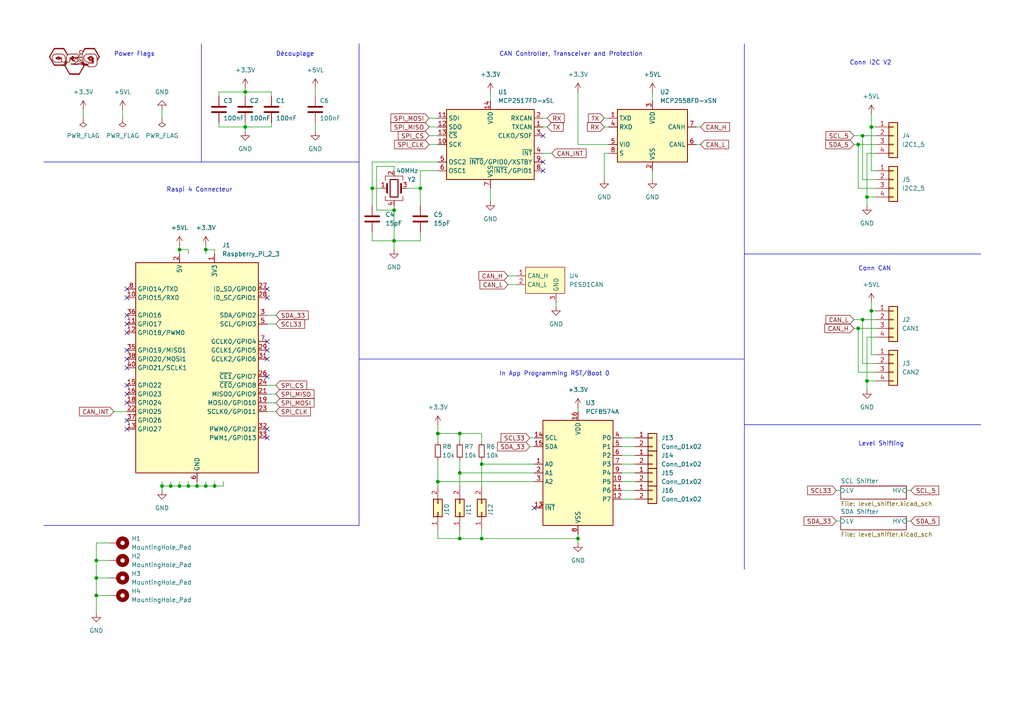
<source format=kicad_sch>
(kicad_sch (version 20231120) (generator "eeschema") (generator_version "8.0")
  (paper "A4")
  (lib_symbols
    (symbol "ARIG:Logo_ARIG_12_6x6_6" (pin_names (offset 1.016)))
    (symbol "ARIG:PESD1CAN"
      (property "Reference" "U" (at 1.27 3.81 0))
      (property "Value" "PESD1CAN" (at 5.08 1.27 0))
      (symbol "PESD1CAN_1_1"
        (pin input line (at -2.54 -2.54 0) (length 2.54) (name "CAN_H") (number "1"))
        (pin input line (at -2.54 -5.08 0) (length 2.54) (name "CAN_L") (number "2"))
        (pin power_in line (at 8.89 -10.16 90) (length 2.54) (name "GND") (number "3"))
      )
    )
    (symbol "Connector:Raspberry_Pi_2_3"
      (property "Reference" "J" (at -17.78 31.75 0))
      (property "Value" "Raspberry_Pi_2_3" (at 10.16 -31.75 0))
      (symbol "Raspberry_Pi_2_3_1_1"
        (pin power_in line (at 5.08 33.02 270) (length 2.54) (name "3V3") (number "1"))
        (pin bidirectional line (at -20.32 20.32 0) (length 2.54) (name "GPIO15/RXD") (number "10"))
        (pin bidirectional line (at -20.32 12.7 0) (length 2.54) (name "GPIO17") (number "11"))
        (pin bidirectional line (at -20.32 10.16 0) (length 2.54) (name "GPIO18/PWM0") (number "12"))
        (pin bidirectional line (at -20.32 -17.78 0) (length 2.54) (name "GPIO27") (number "13"))
        (pin passive line (at 0 -33.02 90) (length 2.54) hide (name "GND") (number "14"))
        (pin bidirectional line (at -20.32 -5.08 0) (length 2.54) (name "GPIO22") (number "15"))
        (pin bidirectional line (at -20.32 -7.62 0) (length 2.54) (name "GPIO23") (number "16"))
        (pin passive line (at 5.08 33.02 270) (length 2.54) hide (name "3V3") (number "17"))
        (pin bidirectional line (at -20.32 -10.16 0) (length 2.54) (name "GPIO24") (number "18"))
        (pin bidirectional line (at 20.32 -10.16 180) (length 2.54) (name "MOSI0/GPIO10") (number "19"))
        (pin power_in line (at -5.08 33.02 270) (length 2.54) (name "5V") (number "2"))
        (pin passive line (at 0 -33.02 90) (length 2.54) hide (name "GND") (number "20"))
        (pin bidirectional line (at 20.32 -7.62 180) (length 2.54) (name "MISO0/GPIO9") (number "21"))
        (pin bidirectional line (at -20.32 -12.7 0) (length 2.54) (name "GPIO25") (number "22"))
        (pin bidirectional line (at 20.32 -12.7 180) (length 2.54) (name "SCLK0/GPIO11") (number "23"))
        (pin bidirectional line (at 20.32 -5.08 180) (length 2.54) (name "~{CE0}/GPIO8") (number "24"))
        (pin passive line (at 0 -33.02 90) (length 2.54) hide (name "GND") (number "25"))
        (pin bidirectional line (at 20.32 -2.54 180) (length 2.54) (name "~{CE1}/GPIO7") (number "26"))
        (pin bidirectional line (at 20.32 22.86 180) (length 2.54) (name "ID_SD/GPIO0") (number "27"))
        (pin bidirectional line (at 20.32 20.32 180) (length 2.54) (name "ID_SC/GPIO1") (number "28"))
        (pin bidirectional line (at 20.32 5.08 180) (length 2.54) (name "GCLK1/GPIO5") (number "29"))
        (pin bidirectional line (at 20.32 15.24 180) (length 2.54) (name "SDA/GPIO2") (number "3"))
        (pin passive line (at 0 -33.02 90) (length 2.54) hide (name "GND") (number "30"))
        (pin bidirectional line (at 20.32 2.54 180) (length 2.54) (name "GCLK2/GPIO6") (number "31"))
        (pin bidirectional line (at 20.32 -17.78 180) (length 2.54) (name "PWM0/GPIO12") (number "32"))
        (pin bidirectional line (at 20.32 -20.32 180) (length 2.54) (name "PWM1/GPIO13") (number "33"))
        (pin passive line (at 0 -33.02 90) (length 2.54) hide (name "GND") (number "34"))
        (pin bidirectional line (at -20.32 5.08 0) (length 2.54) (name "GPIO19/MISO1") (number "35"))
        (pin bidirectional line (at -20.32 15.24 0) (length 2.54) (name "GPIO16") (number "36"))
        (pin bidirectional line (at -20.32 -15.24 0) (length 2.54) (name "GPIO26") (number "37"))
        (pin bidirectional line (at -20.32 2.54 0) (length 2.54) (name "GPIO20/MOSI1") (number "38"))
        (pin passive line (at 0 -33.02 90) (length 2.54) hide (name "GND") (number "39"))
        (pin passive line (at -5.08 33.02 270) (length 2.54) hide (name "5V") (number "4"))
        (pin bidirectional line (at -20.32 0 0) (length 2.54) (name "GPIO21/SCLK1") (number "40"))
        (pin bidirectional line (at 20.32 12.7 180) (length 2.54) (name "SCL/GPIO3") (number "5"))
        (pin power_in line (at 0 -33.02 90) (length 2.54) (name "GND") (number "6"))
        (pin bidirectional line (at 20.32 7.62 180) (length 2.54) (name "GCLK0/GPIO4") (number "7"))
        (pin bidirectional line (at -20.32 22.86 0) (length 2.54) (name "GPIO14/TXD") (number "8"))
        (pin passive line (at 0 -33.02 90) (length 2.54) hide (name "GND") (number "9"))
      )
    )
    (symbol "Connector_Generic:Conn_01x02" (pin_names (offset 1.016) hide)
      (property "Reference" "J" (at 0 2.54 0))
      (property "Value" "Conn_01x02" (at 0 -5.08 0))
      (symbol "Conn_01x02_1_1"
        (pin passive line (at -5.08 0 0) (length 3.81) (name "Pin_1") (number "1"))
        (pin passive line (at -5.08 -2.54 0) (length 3.81) (name "Pin_2") (number "2"))
      )
    )
    (symbol "Connector_Generic:Conn_01x04" (pin_names (offset 1.016) hide)
      (property "Reference" "J" (at 0 5.08 0))
      (property "Value" "Conn_01x04" (at 0 -7.62 0))
      (symbol "Conn_01x04_1_1"
        (pin passive line (at -5.08 2.54 0) (length 3.81) (name "Pin_1") (number "1"))
        (pin passive line (at -5.08 0 0) (length 3.81) (name "Pin_2") (number "2"))
        (pin passive line (at -5.08 -2.54 0) (length 3.81) (name "Pin_3") (number "3"))
        (pin passive line (at -5.08 -5.08 0) (length 3.81) (name "Pin_4") (number "4"))
      )
    )
    (symbol "Connector_Generic:Conn_02x01" (pin_names (offset 1.016) hide)
      (property "Reference" "J" (at 1.27 2.54 0))
      (property "Value" "Conn_02x01" (at 1.27 -2.54 0))
      (symbol "Conn_02x01_1_1"
        (pin passive line (at -5.08 0 0) (length 3.81) (name "Pin_1") (number "1"))
        (pin passive line (at 7.62 0 180) (length 3.81) (name "Pin_2") (number "2"))
      )
    )
    (symbol "Device:C" (pin_numbers hide) (pin_names (offset 0.254))
      (property "Reference" "C" (at 0.635 2.54 0))
      (property "Value" "C" (at 0.635 -2.54 0))
      (symbol "C_1_1"
        (pin passive line (at 0 3.81 270) (length 2.794) (name "~") (number "1"))
        (pin passive line (at 0 -3.81 90) (length 2.794) (name "~") (number "2"))
      )
    )
    (symbol "Device:Crystal_GND24" (pin_names (offset 1.016) hide)
      (property "Reference" "Y" (at 3.175 5.08 0))
      (property "Value" "Crystal_GND24" (at 3.175 3.175 0))
      (symbol "Crystal_GND24_1_1"
        (pin passive line (at -3.81 0 0) (length 1.27) (name "1") (number "1"))
        (pin passive line (at 0 5.08 270) (length 1.27) (name "2") (number "2"))
        (pin passive line (at 3.81 0 180) (length 1.27) (name "3") (number "3"))
        (pin passive line (at 0 -5.08 90) (length 1.27) (name "4") (number "4"))
      )
    )
    (symbol "Device:R_Small" (pin_numbers hide) (pin_names (offset 0.254) hide)
      (property "Reference" "R" (at 0.762 0.508 0))
      (property "Value" "R_Small" (at 0.762 -1.016 0))
      (symbol "R_Small_1_1"
        (pin passive line (at 0 2.54 270) (length 0.762) (name "~") (number "1"))
        (pin passive line (at 0 -2.54 90) (length 0.762) (name "~") (number "2"))
      )
    )
    (symbol "Interface_CAN_LIN:MCP2517FD-xSL"
      (property "Reference" "U" (at -12.7 12.7 0))
      (property "Value" "MCP2517FD-xSL" (at 2.54 12.7 0))
      (symbol "MCP2517FD-xSL_1_1"
        (pin output line (at 15.24 5.08 180) (length 2.54) (name "TXCAN") (number "1"))
        (pin input line (at -15.24 0 0) (length 2.54) (name "SCK") (number "10"))
        (pin input line (at -15.24 7.62 0) (length 2.54) (name "SDI") (number "11"))
        (pin output line (at -15.24 5.08 0) (length 2.54) (name "SDO") (number "12"))
        (pin input line (at -15.24 2.54 0) (length 2.54) (name "~{CS}") (number "13"))
        (pin power_in line (at 0 12.7 270) (length 2.54) (name "VDD") (number "14"))
        (pin input line (at 15.24 7.62 180) (length 2.54) (name "RXCAN") (number "2"))
        (pin output line (at 15.24 2.54 180) (length 2.54) (name "CLKO/SOF") (number "3"))
        (pin output line (at 15.24 -2.54 180) (length 2.54) (name "~{INT}") (number "4"))
        (pin output line (at -15.24 -5.08 0) (length 2.54) (name "OSC2") (number "5"))
        (pin input line (at -15.24 -7.62 0) (length 2.54) (name "OSC1") (number "6"))
        (pin power_in line (at 0 -12.7 90) (length 2.54) (name "VSS") (number "7"))
        (pin bidirectional line (at 15.24 -7.62 180) (length 2.54) (name "~{INT1}/GPIO1") (number "8"))
        (pin bidirectional line (at 15.24 -5.08 180) (length 2.54) (name "~{INT0}/GPIO0/XSTBY") (number "9"))
      )
    )
    (symbol "Interface_CAN_LIN:MCP2558FD-xSN"
      (property "Reference" "U" (at -10.16 10.16 0))
      (property "Value" "MCP2558FD-xSN" (at 2.54 10.16 0))
      (symbol "MCP2558FD-xSN_1_1"
        (pin input line (at -12.7 5.08 0) (length 2.54) (name "TXD") (number "1"))
        (pin power_in line (at 0 -10.16 90) (length 2.54) (name "VSS") (number "2"))
        (pin power_in line (at 0 10.16 270) (length 2.54) (name "VDD") (number "3"))
        (pin output line (at -12.7 2.54 0) (length 2.54) (name "RXD") (number "4"))
        (pin power_in line (at -12.7 -2.54 0) (length 2.54) (name "VIO") (number "5"))
        (pin bidirectional line (at 12.7 -2.54 180) (length 2.54) (name "CANL") (number "6"))
        (pin bidirectional line (at 12.7 2.54 180) (length 2.54) (name "CANH") (number "7"))
        (pin input line (at -12.7 -5.08 0) (length 2.54) (name "S") (number "8"))
      )
    )
    (symbol "Interface_Expansion:PCF8574A"
      (property "Reference" "U" (at -8.89 16.51 0))
      (property "Value" "PCF8574A" (at 2.54 16.51 0))
      (symbol "PCF8574A_1_1"
        (pin input line (at -12.7 2.54 0) (length 2.54) (name "A0") (number "1"))
        (pin bidirectional line (at 12.7 -2.54 180) (length 2.54) (name "P5") (number "10"))
        (pin bidirectional line (at 12.7 -5.08 180) (length 2.54) (name "P6") (number "11"))
        (pin bidirectional line (at 12.7 -7.62 180) (length 2.54) (name "P7") (number "12"))
        (pin open_collector output_low (at -12.7 -10.16 0) (length 2.54) (name "~{INT}") (number "13"))
        (pin input line (at -12.7 10.16 0) (length 2.54) (name "SCL") (number "14"))
        (pin bidirectional line (at -12.7 7.62 0) (length 2.54) (name "SDA") (number "15"))
        (pin power_in line (at 0 17.78 270) (length 2.54) (name "VDD") (number "16"))
        (pin input line (at -12.7 0 0) (length 2.54) (name "A1") (number "2"))
        (pin input line (at -12.7 -2.54 0) (length 2.54) (name "A2") (number "3"))
        (pin bidirectional line (at 12.7 10.16 180) (length 2.54) (name "P0") (number "4"))
        (pin bidirectional line (at 12.7 7.62 180) (length 2.54) (name "P1") (number "5"))
        (pin bidirectional line (at 12.7 5.08 180) (length 2.54) (name "P2") (number "6"))
        (pin bidirectional line (at 12.7 2.54 180) (length 2.54) (name "P3") (number "7"))
        (pin power_in line (at 0 -17.78 90) (length 2.54) (name "VSS") (number "8"))
        (pin bidirectional line (at 12.7 0 180) (length 2.54) (name "P4") (number "9"))
      )
    )
    (symbol "Mechanical:MountingHole_Pad" (pin_numbers hide) (pin_names (offset 1.016) hide)
      (property "Reference" "H" (at 0 6.35 0))
      (property "Value" "MountingHole_Pad" (at 0 4.445 0))
      (symbol "MountingHole_Pad_1_1"
        (pin input line (at 0 -2.54 90) (length 2.54) (name "1") (number "1"))
      )
    )
    (symbol "power:+3.3V" (power) (pin_numbers hide) (pin_names (offset 0) hide)
      (property "Value" "+3.3V" (at 0 3.556 0))
      (symbol "+3.3V_1_1"
        (pin power_in line (at 0 0 90) (length 0) (name "~") (number "1"))
      )
    )
    (symbol "power:+5VL" (power) (pin_numbers hide) (pin_names (offset 0) hide)
      (property "Value" "+5VL" (at 0 3.556 0))
      (symbol "+5VL_1_1"
        (pin power_in line (at 0 0 90) (length 0) (name "~") (number "1"))
      )
    )
    (symbol "power:GND" (power) (pin_numbers hide) (pin_names (offset 0) hide)
      (property "Value" "GND" (at 0 -3.81 0))
      (symbol "GND_1_1"
        (pin power_in line (at 0 0 270) (length 0) (name "~") (number "1"))
      )
    )
    (symbol "power:PWR_FLAG" (power) (pin_numbers hide) (pin_names (offset 0) hide)
      (property "Value" "PWR_FLAG" (at 0 3.81 0))
      (symbol "PWR_FLAG_0_0"
        (pin power_out line (at 0 0 90) (length 0) (name "~") (number "1"))
      )
    )
  )
  (junction (at 127 139.7))
  (junction (at 59.69 140.97))
  (junction (at 71.12 36.83))
  (junction (at 54.61 140.97))
  (junction (at 59.69 72.39))
  (junction (at 167.64 156.21))
  (junction (at 27.94 167.64))
  (junction (at 27.94 162.56))
  (junction (at 114.3 69.85))
  (junction (at 248.92 41.91))
  (junction (at 251.46 57.15))
  (junction (at 133.35 156.21))
  (junction (at 251.46 110.49))
  (junction (at 62.23 140.97))
  (junction (at 139.7 134.62))
  (junction (at 250.19 92.71))
  (junction (at 133.35 137.16))
  (junction (at 121.92 54.61))
  (junction (at 139.7 156.21))
  (junction (at 52.07 140.97))
  (junction (at 57.15 140.97))
  (junction (at 27.94 172.72))
  (junction (at 248.92 95.25))
  (junction (at 71.12 26.67))
  (junction (at 133.35 125.73))
  (junction (at 52.07 72.39))
  (junction (at 252.73 36.83))
  (junction (at 46.99 140.97))
  (junction (at 250.19 39.37))
  (junction (at 127 125.73))
  (junction (at 114.3 60.96))
  (junction (at 107.95 54.61))
  (junction (at 49.53 140.97))
  (junction (at 252.73 90.17))
  (no_connect (at 36.83 96.52))
  (no_connect (at 36.83 114.3))
  (no_connect (at 157.48 46.99))
  (no_connect (at 36.83 91.44))
  (no_connect (at 36.83 101.6))
  (no_connect (at 77.47 109.22))
  (no_connect (at 77.47 83.82))
  (no_connect (at 77.47 86.36))
  (no_connect (at 36.83 93.98))
  (no_connect (at 77.47 124.46))
  (no_connect (at 157.48 39.37))
  (no_connect (at 36.83 124.46))
  (no_connect (at 36.83 104.14))
  (no_connect (at 77.47 99.06))
  (no_connect (at 36.83 86.36))
  (no_connect (at 77.47 127))
  (no_connect (at 77.47 104.14))
  (no_connect (at 36.83 111.76))
  (no_connect (at 36.83 116.84))
  (no_connect (at 154.94 147.32))
  (no_connect (at 36.83 83.82))
  (no_connect (at 36.83 121.92))
  (no_connect (at 36.83 106.68))
  (no_connect (at 157.48 49.53))
  (no_connect (at 77.47 101.6))
  (wire (pts (xy 114.3 60.96) (xy 114.3 69.85)))
  (wire (pts (xy 254 49.53) (xy 252.73 49.53)))
  (wire (pts (xy 167.64 26.67) (xy 167.64 41.91)))
  (wire (pts (xy 139.7 134.62) (xy 139.7 140.97)))
  (wire (pts (xy 133.35 153.67) (xy 133.35 156.21)))
  (wire (pts (xy 78.74 35.56) (xy 78.74 36.83)))
  (wire (pts (xy 180.34 132.08) (xy 184.15 132.08)))
  (wire (pts (xy 35.56 31.75) (xy 35.56 34.29)))
  (wire (pts (xy 247.65 92.71) (xy 250.19 92.71)))
  (wire (pts (xy 33.02 119.38) (xy 36.83 119.38)))
  (wire (pts (xy 142.24 26.67) (xy 142.24 29.21)))
  (polyline (pts (xy 58.42 46.99) (xy 104.14 46.99)))
  (wire (pts (xy 180.34 144.78) (xy 184.15 144.78)))
  (wire (pts (xy 157.48 44.45) (xy 160.02 44.45)))
  (wire (pts (xy 251.46 57.15) (xy 251.46 59.69)))
  (wire (pts (xy 250.19 52.07) (xy 250.19 39.37)))
  (wire (pts (xy 52.07 72.39) (xy 52.07 73.66)))
  (wire (pts (xy 248.92 107.95) (xy 248.92 95.25)))
  (polyline (pts (xy 215.9 73.66) (xy 284.48 73.66)))
  (wire (pts (xy 167.64 154.94) (xy 167.64 156.21)))
  (wire (pts (xy 121.92 54.61) (xy 121.92 59.69)))
  (wire (pts (xy 180.34 137.16) (xy 184.15 137.16)))
  (wire (pts (xy 114.3 69.85) (xy 114.3 72.39)))
  (wire (pts (xy 77.47 111.76) (xy 80.01 111.76)))
  (wire (pts (xy 254 52.07) (xy 250.19 52.07)))
  (polyline (pts (xy 215.9 123.19) (xy 215.9 73.66)))
  (wire (pts (xy 147.32 80.01) (xy 149.86 80.01)))
  (wire (pts (xy 242.57 151.13) (xy 243.84 151.13)))
  (wire (pts (xy 54.61 140.97) (xy 52.07 140.97)))
  (polyline (pts (xy 215.9 12.7) (xy 215.9 73.66)))
  (wire (pts (xy 107.95 67.31) (xy 107.95 69.85)))
  (wire (pts (xy 78.74 36.83) (xy 71.12 36.83)))
  (wire (pts (xy 59.69 72.39) (xy 59.69 73.66)))
  (wire (pts (xy 121.92 49.53) (xy 121.92 54.61)))
  (wire (pts (xy 62.23 73.66) (xy 62.23 72.39)))
  (wire (pts (xy 63.5 36.83) (xy 71.12 36.83)))
  (wire (pts (xy 114.3 49.53) (xy 114.3 48.26)))
  (wire (pts (xy 24.13 31.75) (xy 24.13 34.29)))
  (wire (pts (xy 64.77 140.97) (xy 62.23 140.97)))
  (wire (pts (xy 250.19 39.37) (xy 254 39.37)))
  (wire (pts (xy 46.99 140.97) (xy 46.99 142.24)))
  (wire (pts (xy 254 54.61) (xy 248.92 54.61)))
  (wire (pts (xy 77.47 116.84) (xy 80.01 116.84)))
  (wire (pts (xy 107.95 54.61) (xy 107.95 59.69)))
  (wire (pts (xy 118.11 54.61) (xy 121.92 54.61)))
  (wire (pts (xy 71.12 26.67) (xy 71.12 27.94)))
  (wire (pts (xy 107.95 46.99) (xy 107.95 54.61)))
  (wire (pts (xy 254 107.95) (xy 248.92 107.95)))
  (wire (pts (xy 52.07 139.7) (xy 52.07 140.97)))
  (wire (pts (xy 247.65 39.37) (xy 250.19 39.37)))
  (wire (pts (xy 175.26 44.45) (xy 175.26 52.07)))
  (wire (pts (xy 57.15 140.97) (xy 54.61 140.97)))
  (wire (pts (xy 133.35 137.16) (xy 133.35 140.97)))
  (wire (pts (xy 189.23 49.53) (xy 189.23 52.07)))
  (wire (pts (xy 254 105.41) (xy 250.19 105.41)))
  (wire (pts (xy 127 125.73) (xy 133.35 125.73)))
  (wire (pts (xy 109.22 48.26) (xy 109.22 60.96)))
  (polyline (pts (xy 12.7 46.99) (xy 58.42 46.99)))
  (wire (pts (xy 71.12 25.4) (xy 71.12 26.67)))
  (wire (pts (xy 139.7 156.21) (xy 167.64 156.21)))
  (wire (pts (xy 180.34 129.54) (xy 184.15 129.54)))
  (wire (pts (xy 262.89 151.13) (xy 264.16 151.13)))
  (wire (pts (xy 27.94 162.56) (xy 27.94 167.64)))
  (wire (pts (xy 57.15 139.7) (xy 57.15 140.97)))
  (polyline (pts (xy 104.14 12.7) (xy 104.14 152.4)))
  (wire (pts (xy 77.47 114.3) (xy 80.01 114.3)))
  (wire (pts (xy 161.29 87.63) (xy 161.29 88.9)))
  (wire (pts (xy 121.92 69.85) (xy 121.92 67.31)))
  (wire (pts (xy 127 139.7) (xy 154.94 139.7)))
  (wire (pts (xy 49.53 140.97) (xy 46.99 140.97)))
  (wire (pts (xy 142.24 54.61) (xy 142.24 58.42)))
  (wire (pts (xy 127 139.7) (xy 127 140.97)))
  (wire (pts (xy 49.53 139.7) (xy 49.53 140.97)))
  (wire (pts (xy 201.93 41.91) (xy 203.2 41.91)))
  (wire (pts (xy 46.99 139.7) (xy 46.99 140.97)))
  (wire (pts (xy 248.92 41.91) (xy 254 41.91)))
  (wire (pts (xy 167.64 118.11) (xy 167.64 119.38)))
  (wire (pts (xy 52.07 71.12) (xy 52.07 72.39)))
  (wire (pts (xy 54.61 139.7) (xy 54.61 140.97)))
  (wire (pts (xy 254 57.15) (xy 251.46 57.15)))
  (wire (pts (xy 201.93 36.83) (xy 203.2 36.83)))
  (wire (pts (xy 180.34 142.24) (xy 184.15 142.24)))
  (polyline (pts (xy 215.9 123.19) (xy 215.9 165.1)))
  (wire (pts (xy 27.94 167.64) (xy 31.75 167.64)))
  (wire (pts (xy 62.23 72.39) (xy 59.69 72.39)))
  (wire (pts (xy 180.34 134.62) (xy 184.15 134.62)))
  (wire (pts (xy 127 128.27) (xy 127 125.73)))
  (wire (pts (xy 133.35 156.21) (xy 139.7 156.21)))
  (wire (pts (xy 27.94 172.72) (xy 31.75 172.72)))
  (wire (pts (xy 78.74 27.94) (xy 78.74 26.67)))
  (wire (pts (xy 175.26 36.83) (xy 176.53 36.83)))
  (wire (pts (xy 27.94 167.64) (xy 27.94 172.72)))
  (wire (pts (xy 252.73 36.83) (xy 254 36.83)))
  (wire (pts (xy 71.12 35.56) (xy 71.12 36.83)))
  (polyline (pts (xy 58.42 12.7) (xy 58.42 46.99)))
  (polyline (pts (xy 12.7 152.4) (xy 104.14 152.4)))
  (wire (pts (xy 167.64 41.91) (xy 176.53 41.91)))
  (wire (pts (xy 107.95 54.61) (xy 110.49 54.61)))
  (wire (pts (xy 121.92 49.53) (xy 127 49.53)))
  (wire (pts (xy 133.35 125.73) (xy 139.7 125.73)))
  (wire (pts (xy 153.67 127) (xy 154.94 127)))
  (wire (pts (xy 176.53 44.45) (xy 175.26 44.45)))
  (wire (pts (xy 127 46.99) (xy 107.95 46.99)))
  (wire (pts (xy 133.35 137.16) (xy 154.94 137.16)))
  (wire (pts (xy 247.65 95.25) (xy 248.92 95.25)))
  (wire (pts (xy 262.89 142.24) (xy 264.16 142.24)))
  (wire (pts (xy 27.94 162.56) (xy 31.75 162.56)))
  (wire (pts (xy 78.74 26.67) (xy 71.12 26.67)))
  (wire (pts (xy 127 133.35) (xy 127 139.7)))
  (wire (pts (xy 252.73 90.17) (xy 252.73 87.63)))
  (wire (pts (xy 59.69 139.7) (xy 59.69 140.97)))
  (wire (pts (xy 254 90.17) (xy 252.73 90.17)))
  (wire (pts (xy 189.23 26.67) (xy 189.23 29.21)))
  (wire (pts (xy 251.46 97.79) (xy 251.46 110.49)))
  (wire (pts (xy 157.48 36.83) (xy 158.75 36.83)))
  (wire (pts (xy 71.12 36.83) (xy 71.12 38.1)))
  (wire (pts (xy 254 44.45) (xy 251.46 44.45)))
  (wire (pts (xy 180.34 139.7) (xy 184.15 139.7)))
  (wire (pts (xy 63.5 26.67) (xy 71.12 26.67)))
  (wire (pts (xy 139.7 153.67) (xy 139.7 156.21)))
  (wire (pts (xy 31.75 157.48) (xy 27.94 157.48)))
  (wire (pts (xy 27.94 157.48) (xy 27.94 162.56)))
  (wire (pts (xy 133.35 133.35) (xy 133.35 137.16)))
  (wire (pts (xy 157.48 34.29) (xy 158.75 34.29)))
  (wire (pts (xy 64.77 139.7) (xy 64.77 140.97)))
  (wire (pts (xy 91.44 25.4) (xy 91.44 27.94)))
  (wire (pts (xy 254 97.79) (xy 251.46 97.79)))
  (wire (pts (xy 139.7 128.27) (xy 139.7 125.73)))
  (wire (pts (xy 248.92 54.61) (xy 248.92 41.91)))
  (wire (pts (xy 127 123.19) (xy 127 125.73)))
  (wire (pts (xy 124.46 36.83) (xy 127 36.83)))
  (wire (pts (xy 147.32 82.55) (xy 149.86 82.55)))
  (wire (pts (xy 247.65 41.91) (xy 248.92 41.91)))
  (wire (pts (xy 252.73 33.02) (xy 252.73 36.83)))
  (wire (pts (xy 59.69 140.97) (xy 57.15 140.97)))
  (wire (pts (xy 252.73 49.53) (xy 252.73 36.83)))
  (wire (pts (xy 254 102.87) (xy 252.73 102.87)))
  (wire (pts (xy 133.35 128.27) (xy 133.35 125.73)))
  (wire (pts (xy 54.61 73.66) (xy 54.61 72.39)))
  (wire (pts (xy 252.73 102.87) (xy 252.73 90.17)))
  (wire (pts (xy 59.69 71.12) (xy 59.69 72.39)))
  (wire (pts (xy 139.7 133.35) (xy 139.7 134.62)))
  (wire (pts (xy 124.46 41.91) (xy 127 41.91)))
  (wire (pts (xy 77.47 93.98) (xy 80.01 93.98)))
  (wire (pts (xy 250.19 92.71) (xy 254 92.71)))
  (wire (pts (xy 114.3 59.69) (xy 114.3 60.96)))
  (wire (pts (xy 54.61 72.39) (xy 52.07 72.39)))
  (wire (pts (xy 27.94 172.72) (xy 27.94 177.8)))
  (wire (pts (xy 63.5 35.56) (xy 63.5 36.83)))
  (wire (pts (xy 124.46 34.29) (xy 127 34.29)))
  (wire (pts (xy 250.19 105.41) (xy 250.19 92.71)))
  (wire (pts (xy 242.57 142.24) (xy 243.84 142.24)))
  (wire (pts (xy 127 156.21) (xy 133.35 156.21)))
  (wire (pts (xy 46.99 31.75) (xy 46.99 34.29)))
  (wire (pts (xy 77.47 119.38) (xy 80.01 119.38)))
  (wire (pts (xy 139.7 134.62) (xy 154.94 134.62)))
  (wire (pts (xy 91.44 35.56) (xy 91.44 38.1)))
  (wire (pts (xy 175.26 34.29) (xy 176.53 34.29)))
  (wire (pts (xy 124.46 39.37) (xy 127 39.37)))
  (wire (pts (xy 107.95 69.85) (xy 114.3 69.85)))
  (wire (pts (xy 77.47 91.44) (xy 80.01 91.44)))
  (wire (pts (xy 52.07 140.97) (xy 49.53 140.97)))
  (wire (pts (xy 180.34 127) (xy 184.15 127)))
  (wire (pts (xy 254 110.49) (xy 251.46 110.49)))
  (wire (pts (xy 62.23 140.97) (xy 59.69 140.97)))
  (wire (pts (xy 63.5 27.94) (xy 63.5 26.67)))
  (wire (pts (xy 114.3 69.85) (xy 121.92 69.85)))
  (wire (pts (xy 127 153.67) (xy 127 156.21)))
  (wire (pts (xy 251.46 44.45) (xy 251.46 57.15)))
  (wire (pts (xy 109.22 60.96) (xy 114.3 60.96)))
  (wire (pts (xy 62.23 139.7) (xy 62.23 140.97)))
  (wire (pts (xy 248.92 95.25) (xy 254 95.25)))
  (wire (pts (xy 251.46 110.49) (xy 251.46 113.03)))
  (polyline (pts (xy 284.48 123.19) (xy 215.9 123.19)))
  (wire (pts (xy 167.64 156.21) (xy 167.64 157.48)))
  (wire (pts (xy 153.67 129.54) (xy 154.94 129.54)))
  (wire (pts (xy 114.3 48.26) (xy 109.22 48.26)))
  (polyline (pts (xy 104.14 104.14) (xy 215.9 104.14)))
  (text "In App Programming RST/Boot 0" (at 144.78 109.22 0) (effects (font (size 1.27 1.27)) (justify left bottom)))
  (text "Power Flags" (at 33.02 16.51 0) (effects (font (size 1.27 1.27)) (justify left bottom)))
  (text "Conn I2C V2" (at 246.38 19.05 0) (effects (font (size 1.27 1.27)) (justify left bottom)))
  (text "CAN Controller, Transceiver and Protection" (at 144.78 16.51 0) (effects (font (size 1.27 1.27)) (justify left bottom)))
  (text "Raspi 4 Connecteur" (at 48.26 55.88 0) (effects (font (size 1.27 1.27)) (justify left bottom)))
  (text "Level Shifting" (at 248.92 129.54 0) (effects (font (size 1.27 1.27)) (justify left bottom)))
  (text "Conn CAN" (at 248.92 78.74 0) (effects (font (size 1.27 1.27)) (justify left bottom)))
  (text "Découplage" (at 80.01 16.51 0) (effects (font (size 1.27 1.27)) (justify left bottom)))
  (global_label "CAN_L" (shape input) (at 247.65 92.71 180) (property "Intersheetrefs" "${INTERSHEET_REFS}" (effects (hide yes))))
  (global_label "SCL33" (shape input) (at 80.01 93.98 0) (property "Intersheetrefs" "${INTERSHEET_REFS}" (effects (hide yes))))
  (global_label "SCL33" (shape input) (at 153.67 127 180) (property "Intersheetrefs" "${INTERSHEET_REFS}" (effects (hide yes))))
  (global_label "CAN_L" (shape input) (at 147.32 82.55 180) (property "Intersheetrefs" "${INTERSHEET_REFS}" (effects (hide yes))))
  (global_label "TX" (shape input) (at 158.75 36.83 0) (property "Intersheetrefs" "${INTERSHEET_REFS}" (effects (hide yes))))
  (global_label "SDA_33" (shape input) (at 242.57 151.13 180) (property "Intersheetrefs" "${INTERSHEET_REFS}" (effects (hide yes))))
  (global_label "SPI_MOSI" (shape input) (at 80.01 116.84 0) (property "Intersheetrefs" "${INTERSHEET_REFS}" (effects (hide yes))))
  (global_label "SPI_MISO" (shape input) (at 80.01 114.3 0) (property "Intersheetrefs" "${INTERSHEET_REFS}" (effects (hide yes))))
  (global_label "SCL33" (shape input) (at 242.57 142.24 180) (property "Intersheetrefs" "${INTERSHEET_REFS}" (effects (hide yes))))
  (global_label "SPI_CLK" (shape input) (at 80.01 119.38 0) (property "Intersheetrefs" "${INTERSHEET_REFS}" (effects (hide yes))))
  (global_label "CAN_INT" (shape input) (at 33.02 119.38 180) (property "Intersheetrefs" "${INTERSHEET_REFS}" (effects (hide yes))))
  (global_label "SPI_CS" (shape input) (at 80.01 111.76 0) (property "Intersheetrefs" "${INTERSHEET_REFS}" (effects (hide yes))))
  (global_label "CAN_INT" (shape input) (at 160.02 44.45 0) (property "Intersheetrefs" "${INTERSHEET_REFS}" (effects (hide yes))))
  (global_label "RX" (shape input) (at 158.75 34.29 0) (property "Intersheetrefs" "${INTERSHEET_REFS}" (effects (hide yes))))
  (global_label "SDA_5" (shape input) (at 264.16 151.13 0) (property "Intersheetrefs" "${INTERSHEET_REFS}" (effects (hide yes))))
  (global_label "CAN_H" (shape input) (at 147.32 80.01 180) (property "Intersheetrefs" "${INTERSHEET_REFS}" (effects (hide yes))))
  (global_label "SPI_CS" (shape input) (at 124.46 39.37 180) (property "Intersheetrefs" "${INTERSHEET_REFS}" (effects (hide yes))))
  (global_label "RX" (shape input) (at 175.26 36.83 180) (property "Intersheetrefs" "${INTERSHEET_REFS}" (effects (hide yes))))
  (global_label "SDA_33" (shape input) (at 153.67 129.54 180) (property "Intersheetrefs" "${INTERSHEET_REFS}" (effects (hide yes))))
  (global_label "SCL_5" (shape input) (at 264.16 142.24 0) (property "Intersheetrefs" "${INTERSHEET_REFS}" (effects (hide yes))))
  (global_label "SDA_33" (shape input) (at 80.01 91.44 0) (property "Intersheetrefs" "${INTERSHEET_REFS}" (effects (hide yes))))
  (global_label "SPI_MISO" (shape input) (at 124.46 36.83 180) (property "Intersheetrefs" "${INTERSHEET_REFS}" (effects (hide yes))))
  (global_label "CAN_H" (shape input) (at 203.2 36.83 0) (property "Intersheetrefs" "${INTERSHEET_REFS}" (effects (hide yes))))
  (global_label "CAN_L" (shape input) (at 203.2 41.91 0) (property "Intersheetrefs" "${INTERSHEET_REFS}" (effects (hide yes))))
  (global_label "SPI_CLK" (shape input) (at 124.46 41.91 180) (property "Intersheetrefs" "${INTERSHEET_REFS}" (effects (hide yes))))
  (global_label "SDA_5" (shape input) (at 247.65 41.91 180) (property "Intersheetrefs" "${INTERSHEET_REFS}" (effects (hide yes))))
  (global_label "CAN_H" (shape input) (at 247.65 95.25 180) (property "Intersheetrefs" "${INTERSHEET_REFS}" (effects (hide yes))))
  (global_label "SCL_5" (shape input) (at 247.65 39.37 180) (property "Intersheetrefs" "${INTERSHEET_REFS}" (effects (hide yes))))
  (global_label "TX" (shape input) (at 175.26 34.29 180) (property "Intersheetrefs" "${INTERSHEET_REFS}" (effects (hide yes))))
  (global_label "SPI_MOSI" (shape input) (at 124.46 34.29 180) (property "Intersheetrefs" "${INTERSHEET_REFS}" (effects (hide yes))))
  (symbol (lib_id "Connector_Generic:Conn_02x01") (at 133.35 148.59 90) (unit 1)
    (property "Reference" "J11" (at 135.89 146.05 0) (effects (justify right)))
    (property "Value" "Conn_02x01" (effects (hide yes)))
    (property "Footprint" "Jumper:SolderJumper-2_P1.3mm_Open_RoundedPad1.0x1.5mm" (effects (hide yes)))
    (property "Description" "Generic connector, double row, 02x01, this symbol is compatible with counter-clockwise, top-bottom and odd-even numbering schemes., script generated (kicad-library-utils/schlib/autogen/connector/)" (effects (hide yes)))
  )
  (symbol (lib_id "ARIG:PESD1CAN") (at 152.4 77.47 0) (unit 1)
    (property "Reference" "U4" (at 165.1 80.01 0) (effects (justify left)))
    (property "Value" "PESD1CAN" (at 165.1 82.55 0) (effects (justify left)))
    (property "Footprint" "Package_TO_SOT_SMD:SOT-23" (effects (hide yes)))
    (property "Datasheet" "https://assets.nexperia.com/documents/data-sheet/PESD1CAN.pdf" (effects (hide yes)))
  )
  (symbol (lib_id "Mechanical:MountingHole_Pad") (at 34.29 167.64 270) (unit 1)
    (property "Reference" "H3" (at 38.1 166.37 90) (effects (justify left)))
    (property "Value" "MountingHole_Pad" (at 38.1 168.91 90) (effects (justify left)))
    (property "Footprint" "MountingHole:MountingHole_2.7mm_M2.5_Pad_Via" (effects (hide yes)))
    (property "Description" "Mounting Hole with connection" (effects (hide yes)))
  )
  (symbol (lib_id "power:+3.3V") (at 127 123.19 0) (unit 1)
    (property "Reference" "#PWR024" (effects (hide yes)))
    (property "Value" "+3.3V" (at 127 118.11 0))
    (property "Description" "Power symbol creates a global label with name \"+3.3V\"" (effects (hide yes)))
  )
  (symbol (lib_id "power:PWR_FLAG") (at 24.13 34.29 180) (unit 1)
    (property "Reference" "#FLG01" (effects (hide yes)))
    (property "Value" "PWR_FLAG" (at 24.13 39.37 0))
    (property "Description" "Special symbol for telling ERC where power comes from" (effects (hide yes)))
  )
  (symbol (lib_id "Connector_Generic:Conn_02x01") (at 139.7 148.59 90) (unit 1)
    (property "Reference" "J12" (at 142.24 146.05 0) (effects (justify right)))
    (property "Value" "Conn_02x01" (effects (hide yes)))
    (property "Footprint" "Jumper:SolderJumper-2_P1.3mm_Open_RoundedPad1.0x1.5mm" (effects (hide yes)))
    (property "Description" "Generic connector, double row, 02x01, this symbol is compatible with counter-clockwise, top-bottom and odd-even numbering schemes., script generated (kicad-library-utils/schlib/autogen/connector/)" (effects (hide yes)))
  )
  (symbol (lib_id "Device:C") (at 63.5 31.75 0) (unit 1)
    (property "Reference" "C3" (at 64.77 29.21 0) (effects (justify left)))
    (property "Value" "100nF" (at 64.77 34.29 0) (effects (justify left)))
    (property "Footprint" "Capacitor_SMD:C_0402_1005Metric_Pad0.74x0.62mm_HandSolder" (effects (hide yes)))
    (property "Description" "Unpolarized capacitor" (effects (hide yes)))
  )
  (symbol (lib_id "power:+5VL") (at 35.56 31.75 0) (unit 1)
    (property "Reference" "#PWR03" (effects (hide yes)))
    (property "Value" "+5VL" (at 35.56 26.67 0))
    (property "Description" "Power symbol creates a global label with name \"+5VL\"" (effects (hide yes)))
  )
  (symbol (lib_id "power:+3.3V") (at 167.64 118.11 0) (unit 1)
    (property "Reference" "#PWR025" (effects (hide yes)))
    (property "Value" "+3.3V" (at 167.64 113.03 0))
    (property "Description" "Power symbol creates a global label with name \"+3.3V\"" (effects (hide yes)))
  )
  (symbol (lib_id "Device:C") (at 91.44 31.75 0) (unit 1)
    (property "Reference" "C6" (at 92.71 29.21 0) (effects (justify left)))
    (property "Value" "100nF" (at 92.71 34.29 0) (effects (justify left)))
    (property "Footprint" "Capacitor_SMD:C_0402_1005Metric_Pad0.74x0.62mm_HandSolder" (effects (hide yes)))
    (property "Description" "Unpolarized capacitor" (effects (hide yes)))
  )
  (symbol (lib_id "power:+3.3V") (at 24.13 31.75 0) (unit 1)
    (property "Reference" "#PWR02" (effects (hide yes)))
    (property "Value" "+3.3V" (at 24.13 26.67 0))
    (property "Description" "Power symbol creates a global label with name \"+3.3V\"" (effects (hide yes)))
  )
  (symbol (lib_id "power:+3.3V") (at 167.64 26.67 0) (unit 1)
    (property "Reference" "#PWR010" (effects (hide yes)))
    (property "Value" "+3.3V" (at 167.64 21.59 0))
    (property "Description" "Power symbol creates a global label with name \"+3.3V\"" (effects (hide yes)))
  )
  (symbol (lib_id "Device:C") (at 107.95 63.5 0) (unit 1)
    (property "Reference" "C4" (at 111.76 62.23 0) (effects (justify left)))
    (property "Value" "15pF" (at 111.76 64.77 0) (effects (justify left)))
    (property "Footprint" "Capacitor_SMD:C_0402_1005Metric_Pad0.74x0.62mm_HandSolder" (effects (hide yes)))
    (property "Description" "Unpolarized capacitor" (effects (hide yes)))
  )
  (symbol (lib_id "power:PWR_FLAG") (at 46.99 34.29 180) (unit 1)
    (property "Reference" "#FLG03" (effects (hide yes)))
    (property "Value" "PWR_FLAG" (at 46.99 39.37 0))
    (property "Description" "Special symbol for telling ERC where power comes from" (effects (hide yes)))
  )
  (symbol (lib_id "power:+3.3V") (at 71.12 25.4 0) (unit 1)
    (property "Reference" "#PWR014" (effects (hide yes)))
    (property "Value" "+3.3V" (at 71.12 20.32 0))
    (property "Description" "Power symbol creates a global label with name \"+3.3V\"" (effects (hide yes)))
  )
  (symbol (lib_id "Device:C") (at 121.92 63.5 0) (unit 1)
    (property "Reference" "C5" (at 125.73 62.23 0) (effects (justify left)))
    (property "Value" "15pF" (at 125.73 64.77 0) (effects (justify left)))
    (property "Footprint" "Capacitor_SMD:C_0402_1005Metric_Pad0.74x0.62mm_HandSolder" (effects (hide yes)))
    (property "Description" "Unpolarized capacitor" (effects (hide yes)))
  )
  (symbol (lib_id "power:GND") (at 167.64 157.48 0) (unit 1)
    (property "Reference" "#PWR028" (effects (hide yes)))
    (property "Value" "GND" (at 167.64 162.56 0))
    (property "Description" "Power symbol creates a global label with name \"GND\" , ground" (effects (hide yes)))
  )
  (symbol (lib_id "power:+3.3V") (at 142.24 26.67 0) (unit 1)
    (property "Reference" "#PWR07" (effects (hide yes)))
    (property "Value" "+3.3V" (at 142.24 21.59 0))
    (property "Description" "Power symbol creates a global label with name \"+3.3V\"" (effects (hide yes)))
  )
  (symbol (lib_id "power:GND") (at 27.94 177.8 0) (unit 1)
    (property "Reference" "#PWR031" (effects (hide yes)))
    (property "Value" "GND" (at 27.94 182.88 0))
    (property "Description" "Power symbol creates a global label with name \"GND\" , ground" (effects (hide yes)))
  )
  (symbol (lib_id "Device:Crystal_GND24") (at 114.3 54.61 0) (unit 1)
    (property "Reference" "Y2" (at 119.38 52.07 0))
    (property "Value" "40MHz" (at 118.11 49.53 0))
    (property "Footprint" "Crystal:Crystal_SMD_3225-4Pin_3.2x2.5mm_HandSoldering" (effects (hide yes)))
    (property "Description" "Four pin crystal, GND on pins 2 and 4" (effects (hide yes)))
    (property "BOM" "JLCPCB Part TZ0475B" (effects (hide yes)))
  )
  (symbol (lib_id "power:GND") (at 175.26 52.07 0) (unit 1)
    (property "Reference" "#PWR018" (effects (hide yes)))
    (property "Value" "GND" (at 175.26 57.15 0))
    (property "Description" "Power symbol creates a global label with name \"GND\" , ground" (effects (hide yes)))
  )
  (symbol (lib_id "power:+5VL") (at 91.44 25.4 0) (unit 1)
    (property "Reference" "#PWR012" (effects (hide yes)))
    (property "Value" "+5VL" (at 91.44 20.32 0))
    (property "Description" "Power symbol creates a global label with name \"+5VL\"" (effects (hide yes)))
  )
  (symbol (lib_id "Connector_Generic:Conn_01x04") (at 259.08 52.07 0) (unit 1)
    (property "Reference" "J5" (at 261.62 52.07 0) (effects (justify left)))
    (property "Value" "I2C2_5" (at 261.62 54.61 0) (effects (justify left)))
    (property "Footprint" "Connector_JST:JST_PH_S4B-PH-K_1x04_P2.00mm_Horizontal" (effects (hide yes)))
    (property "Description" "Generic connector, single row, 01x04, script generated (kicad-library-utils/schlib/autogen/connector/)" (effects (hide yes)))
  )
  (symbol (lib_id "power:GND") (at 46.99 31.75 180) (unit 1)
    (property "Reference" "#PWR01" (effects (hide yes)))
    (property "Value" "GND" (at 46.99 26.67 0))
    (property "Description" "Power symbol creates a global label with name \"GND\" , ground" (effects (hide yes)))
  )
  (symbol (lib_id "power:GND") (at 46.99 142.24 0) (unit 1)
    (property "Reference" "#PWR04" (effects (hide yes)))
    (property "Value" "GND" (at 46.99 147.32 0))
    (property "Description" "Power symbol creates a global label with name \"GND\" , ground" (effects (hide yes)))
  )
  (symbol (lib_id "Device:R_Small") (at 133.35 130.81 0) (unit 1)
    (property "Reference" "R7" (at 134.62 129.54 0) (effects (justify left)))
    (property "Value" "10k" (at 134.62 132.08 0) (effects (justify left)))
    (property "Footprint" "Resistor_SMD:R_0805_2012Metric_Pad1.20x1.40mm_HandSolder" (effects (hide yes)))
    (property "Description" "Resistor, small symbol" (effects (hide yes)))
  )
  (symbol (lib_id "Connector_Generic:Conn_01x02") (at 189.23 127 0) (unit 1)
    (property "Reference" "J13" (at 191.77 127 0) (effects (justify left)))
    (property "Value" "Conn_01x02" (at 191.77 129.54 0) (effects (justify left)))
    (property "Footprint" "Connector_JST:JST_PH_S2B-PH-K_1x02_P2.00mm_Horizontal" (effects (hide yes)))
    (property "Description" "Generic connector, single row, 01x02, script generated (kicad-library-utils/schlib/autogen/connector/)" (effects (hide yes)))
  )
  (symbol (lib_id "Connector_Generic:Conn_01x04") (at 259.08 92.71 0) (unit 1)
    (property "Reference" "J2" (at 261.62 92.71 0) (effects (justify left)))
    (property "Value" "CAN1" (at 261.62 95.25 0) (effects (justify left)))
    (property "Footprint" "Connector_JST:JST_PH_S4B-PH-K_1x04_P2.00mm_Horizontal" (effects (hide yes)))
    (property "Description" "Generic connector, single row, 01x04, script generated (kicad-library-utils/schlib/autogen/connector/)" (effects (hide yes)))
  )
  (symbol (lib_id "Mechanical:MountingHole_Pad") (at 34.29 157.48 270) (unit 1)
    (property "Reference" "H1" (at 38.1 156.21 90) (effects (justify left)))
    (property "Value" "MountingHole_Pad" (at 38.1 158.75 90) (effects (justify left)))
    (property "Footprint" "MountingHole:MountingHole_2.7mm_M2.5_Pad_Via" (effects (hide yes)))
    (property "Description" "Mounting Hole with connection" (effects (hide yes)))
  )
  (symbol (lib_id "Connector_Generic:Conn_02x01") (at 127 148.59 90) (unit 1)
    (property "Reference" "J10" (at 129.54 146.05 0) (effects (justify right)))
    (property "Value" "Conn_02x01" (effects (hide yes)))
    (property "Footprint" "Jumper:SolderJumper-2_P1.3mm_Open_RoundedPad1.0x1.5mm" (effects (hide yes)))
    (property "Description" "Generic connector, double row, 02x01, this symbol is compatible with counter-clockwise, top-bottom and odd-even numbering schemes., script generated (kicad-library-utils/schlib/autogen/connector/)" (effects (hide yes)))
  )
  (symbol (lib_id "power:GND") (at 161.29 88.9 0) (unit 1)
    (property "Reference" "#PWR030" (effects (hide yes)))
    (property "Value" "GND" (at 161.29 93.98 0))
    (property "Description" "Power symbol creates a global label with name \"GND\" , ground" (effects (hide yes)))
  )
  (symbol (lib_id "power:GND") (at 114.3 72.39 0) (unit 1)
    (property "Reference" "#PWR019" (effects (hide yes)))
    (property "Value" "GND" (at 114.3 77.47 0))
    (property "Description" "Power symbol creates a global label with name \"GND\" , ground" (effects (hide yes)))
  )
  (symbol (lib_id "power:GND") (at 251.46 113.03 0) (unit 1)
    (property "Reference" "#PWR026" (effects (hide yes)))
    (property "Value" "GND" (at 251.46 118.11 0))
    (property "Description" "Power symbol creates a global label with name \"GND\" , ground" (effects (hide yes)))
  )
  (symbol (lib_id "power:+5VL") (at 252.73 33.02 0) (unit 1)
    (property "Reference" "#PWR016" (effects (hide yes)))
    (property "Value" "+5VL" (at 252.73 27.94 0))
    (property "Description" "Power symbol creates a global label with name \"+5VL\"" (effects (hide yes)))
  )
  (symbol (lib_id "Device:R_Small") (at 139.7 130.81 0) (unit 1)
    (property "Reference" "R6" (at 140.97 129.54 0) (effects (justify left)))
    (property "Value" "10k" (at 140.97 132.08 0) (effects (justify left)))
    (property "Footprint" "Resistor_SMD:R_0805_2012Metric_Pad1.20x1.40mm_HandSolder" (effects (hide yes)))
    (property "Description" "Resistor, small symbol" (effects (hide yes)))
  )
  (symbol (lib_id "Connector_Generic:Conn_01x04") (at 259.08 39.37 0) (unit 1)
    (property "Reference" "J4" (at 261.62 39.37 0) (effects (justify left)))
    (property "Value" "I2C1_5" (at 261.62 41.91 0) (effects (justify left)))
    (property "Footprint" "Connector_JST:JST_PH_S4B-PH-K_1x04_P2.00mm_Horizontal" (effects (hide yes)))
    (property "Description" "Generic connector, single row, 01x04, script generated (kicad-library-utils/schlib/autogen/connector/)" (effects (hide yes)))
  )
  (symbol (lib_id "power:GND") (at 142.24 58.42 0) (unit 1)
    (property "Reference" "#PWR08" (effects (hide yes)))
    (property "Value" "GND" (at 142.24 63.5 0))
    (property "Description" "Power symbol creates a global label with name \"GND\" , ground" (effects (hide yes)))
  )
  (symbol (lib_id "power:GND") (at 91.44 38.1 0) (unit 1)
    (property "Reference" "#PWR013" (effects (hide yes)))
    (property "Value" "GND" (at 91.44 43.18 0))
    (property "Description" "Power symbol creates a global label with name \"GND\" , ground" (effects (hide yes)))
  )
  (symbol (lib_id "power:GND") (at 251.46 59.69 0) (unit 1)
    (property "Reference" "#PWR017" (effects (hide yes)))
    (property "Value" "GND" (at 251.46 64.77 0))
    (property "Description" "Power symbol creates a global label with name \"GND\" , ground" (effects (hide yes)))
  )
  (symbol (lib_id "Connector_Generic:Conn_01x02") (at 189.23 142.24 0) (unit 1)
    (property "Reference" "J16" (at 191.77 142.24 0) (effects (justify left)))
    (property "Value" "Conn_01x02" (at 191.77 144.78 0) (effects (justify left)))
    (property "Footprint" "Connector_JST:JST_PH_S2B-PH-K_1x02_P2.00mm_Horizontal" (effects (hide yes)))
    (property "Description" "Generic connector, single row, 01x02, script generated (kicad-library-utils/schlib/autogen/connector/)" (effects (hide yes)))
  )
  (symbol (lib_id "power:+5VL") (at 252.73 87.63 0) (unit 1)
    (property "Reference" "#PWR027" (effects (hide yes)))
    (property "Value" "+5VL" (at 252.73 82.55 0))
    (property "Description" "Power symbol creates a global label with name \"+5VL\"" (effects (hide yes)))
  )
  (symbol (lib_id "Connector_Generic:Conn_01x04") (at 259.08 105.41 0) (unit 1)
    (property "Reference" "J3" (at 261.62 105.41 0) (effects (justify left)))
    (property "Value" "CAN2" (at 261.62 107.95 0) (effects (justify left)))
    (property "Footprint" "Connector_JST:JST_PH_S4B-PH-K_1x04_P2.00mm_Horizontal" (effects (hide yes)))
    (property "Description" "Generic connector, single row, 01x04, script generated (kicad-library-utils/schlib/autogen/connector/)" (effects (hide yes)))
  )
  (symbol (lib_id "Mechanical:MountingHole_Pad") (at 34.29 162.56 270) (unit 1)
    (property "Reference" "H2" (at 38.1 161.29 90) (effects (justify left)))
    (property "Value" "MountingHole_Pad" (at 38.1 163.83 90) (effects (justify left)))
    (property "Footprint" "MountingHole:MountingHole_2.7mm_M2.5_Pad_Via" (effects (hide yes)))
    (property "Description" "Mounting Hole with connection" (effects (hide yes)))
  )
  (symbol (lib_id "Mechanical:MountingHole_Pad") (at 34.29 172.72 270) (unit 1)
    (property "Reference" "H4" (at 38.1 171.45 90) (effects (justify left)))
    (property "Value" "MountingHole_Pad" (at 38.1 173.99 90) (effects (justify left)))
    (property "Footprint" "MountingHole:MountingHole_2.7mm_M2.5_Pad_Via" (effects (hide yes)))
    (property "Description" "Mounting Hole with connection" (effects (hide yes)))
  )
  (symbol (lib_id "power:GND") (at 189.23 52.07 0) (unit 1)
    (property "Reference" "#PWR09" (effects (hide yes)))
    (property "Value" "GND" (at 189.23 57.15 0))
    (property "Description" "Power symbol creates a global label with name \"GND\" , ground" (effects (hide yes)))
  )
  (symbol (lib_id "ARIG:Logo_ARIG_12_6x6_6") (at 21.59 17.78 0) (unit 1)
    (property "Reference" "#G1" (effects (hide yes)))
    (property "Value" "Logo_ARIG_12_6x6_6" (effects (hide yes)))
    (property "Footprint" "ARIG:Logo_ARIG_12_6x6_6" (effects (hide yes)))
    (property "Description" "Logo Association ARIG" (effects (hide yes)))
  )
  (symbol (lib_id "power:+5VL") (at 189.23 26.67 0) (unit 1)
    (property "Reference" "#PWR011" (effects (hide yes)))
    (property "Value" "+5VL" (at 189.23 21.59 0))
    (property "Description" "Power symbol creates a global label with name \"+5VL\"" (effects (hide yes)))
  )
  (symbol (lib_id "power:+3.3V") (at 59.69 71.12 0) (unit 1)
    (property "Reference" "#PWR06" (effects (hide yes)))
    (property "Value" "+3.3V" (at 59.69 66.04 0))
    (property "Description" "Power symbol creates a global label with name \"+3.3V\"" (effects (hide yes)))
  )
  (symbol (lib_id "Interface_CAN_LIN:MCP2517FD-xSL") (at 142.24 41.91 0) (unit 1)
    (property "Reference" "U1" (at 144.4341 26.67 0) (effects (justify left)))
    (property "Value" "MCP2517FD-xSL" (at 144.4341 29.21 0) (effects (justify left)))
    (property "Footprint" "Package_SO:SOIC-14_3.9x8.7mm_P1.27mm" (effects (hide yes)))
    (property "Datasheet" "https://ww1.microchip.com/downloads/en/DeviceDoc/MCP2517FD-External-CAN-FD-Controller-with-SPI-Interface-20005688B.pdf" (effects (hide yes)))
    (property "Description" "External CAN FD Controller with SPI Interface, SOIC-14" (effects (hide yes)))
  )
  (symbol (lib_id "power:PWR_FLAG") (at 35.56 34.29 180) (unit 1)
    (property "Reference" "#FLG02" (effects (hide yes)))
    (property "Value" "PWR_FLAG" (at 35.56 39.37 0))
    (property "Description" "Special symbol for telling ERC where power comes from" (effects (hide yes)))
  )
  (symbol (lib_id "Device:R_Small") (at 127 130.81 0) (unit 1)
    (property "Reference" "R8" (at 128.27 129.54 0) (effects (justify left)))
    (property "Value" "10k" (at 128.27 132.08 0) (effects (justify left)))
    (property "Footprint" "Resistor_SMD:R_0805_2012Metric_Pad1.20x1.40mm_HandSolder" (effects (hide yes)))
    (property "Description" "Resistor, small symbol" (effects (hide yes)))
  )
  (symbol (lib_id "Interface_Expansion:PCF8574A") (at 167.64 137.16 0) (unit 1)
    (property "Reference" "U3" (at 169.8341 116.84 0) (effects (justify left)))
    (property "Value" "PCF8574A" (at 169.8341 119.38 0) (effects (justify left)))
    (property "Footprint" "Package_SO:SOIC-16W_7.5x10.3mm_P1.27mm" (effects (hide yes)))
    (property "Datasheet" "http://www.nxp.com/docs/en/data-sheet/PCF8574_PCF8574A.pdf" (effects (hide yes)))
    (property "Description" "8 Bit Port/Expander to I2C Bus, DIP/SOIC-16" (effects (hide yes)))
  )
  (symbol (lib_id "Connector_Generic:Conn_01x02") (at 189.23 132.08 0) (unit 1)
    (property "Reference" "J14" (at 191.77 132.08 0) (effects (justify left)))
    (property "Value" "Conn_01x02" (at 191.77 134.62 0) (effects (justify left)))
    (property "Footprint" "Connector_JST:JST_PH_S2B-PH-K_1x02_P2.00mm_Horizontal" (effects (hide yes)))
    (property "Description" "Generic connector, single row, 01x02, script generated (kicad-library-utils/schlib/autogen/connector/)" (effects (hide yes)))
  )
  (symbol (lib_id "power:GND") (at 71.12 38.1 0) (unit 1)
    (property "Reference" "#PWR015" (effects (hide yes)))
    (property "Value" "GND" (at 71.12 43.18 0))
    (property "Description" "Power symbol creates a global label with name \"GND\" , ground" (effects (hide yes)))
  )
  (symbol (lib_id "Interface_CAN_LIN:MCP2558FD-xSN") (at 189.23 39.37 0) (unit 1)
    (property "Reference" "U2" (at 191.4241 26.67 0) (effects (justify left)))
    (property "Value" "MCP2558FD-xSN" (at 191.4241 29.21 0) (effects (justify left)))
    (property "Footprint" "Package_SO:SOIC-8_3.9x4.9mm_P1.27mm" (effects (hide yes)))
    (property "Datasheet" "https://ww1.microchip.com/downloads/en/DeviceDoc/20005533A.pdf" (effects (hide yes)))
    (property "Description" "CAN FD Transceiver with Silent Mode, up to 8 Mbps, SOIC-8" (effects (hide yes)))
  )
  (symbol (lib_id "Connector:Raspberry_Pi_2_3") (at 57.15 106.68 0) (unit 1)
    (property "Reference" "J1" (at 64.4241 71.12 0) (effects (justify left)))
    (property "Value" "Raspberry_Pi_2_3" (at 64.4241 73.66 0) (effects (justify left)))
    (property "Footprint" "Connector_PinSocket_2.54mm:PinSocket_2x20_P2.54mm_Vertical" (effects (hide yes)))
    (property "Datasheet" "https://www.raspberrypi.org/documentation/hardware/raspberrypi/schematics/rpi_SCH_3bplus_1p0_reduced.pdf" (effects (hide yes)))
    (property "Description" "expansion header for Raspberry Pi 2 & 3" (effects (hide yes)))
  )
  (symbol (lib_id "Connector_Generic:Conn_01x02") (at 189.23 137.16 0) (unit 1)
    (property "Reference" "J15" (at 191.77 137.16 0) (effects (justify left)))
    (property "Value" "Conn_01x02" (at 191.77 139.7 0) (effects (justify left)))
    (property "Footprint" "Connector_JST:JST_PH_S2B-PH-K_1x02_P2.00mm_Horizontal" (effects (hide yes)))
    (property "Description" "Generic connector, single row, 01x02, script generated (kicad-library-utils/schlib/autogen/connector/)" (effects (hide yes)))
  )
  (symbol (lib_id "power:+5VL") (at 52.07 71.12 0) (unit 1)
    (property "Reference" "#PWR05" (effects (hide yes)))
    (property "Value" "+5VL" (at 52.07 66.04 0))
    (property "Description" "Power symbol creates a global label with name \"+5VL\"" (effects (hide yes)))
  )
  (symbol (lib_id "Device:C") (at 71.12 31.75 0) (unit 1)
    (property "Reference" "C2" (at 72.39 29.21 0) (effects (justify left)))
    (property "Value" "100nF" (at 72.39 34.29 0) (effects (justify left)))
    (property "Footprint" "Capacitor_SMD:C_0402_1005Metric_Pad0.74x0.62mm_HandSolder" (effects (hide yes)))
    (property "Description" "Unpolarized capacitor" (effects (hide yes)))
  )
  (symbol (lib_id "Device:C") (at 78.74 31.75 0) (unit 1)
    (property "Reference" "C1" (at 80.01 29.21 0) (effects (justify left)))
    (property "Value" "100nF" (at 80.01 34.29 0) (effects (justify left)))
    (property "Footprint" "Capacitor_SMD:C_0402_1005Metric_Pad0.74x0.62mm_HandSolder" (effects (hide yes)))
    (property "Description" "Unpolarized capacitor" (effects (hide yes)))
  )
  (sheet (at 243.84 149.86) (size 19.05 3.81) (stroke (width 0.1524))
    (property "Sheetname" "SDA Shifter" (at 243.84 149.1484 0) (effects (justify left bottom)))
    (property "Sheetfile" "level_shifter.kicad_sch" (at 243.84 154.2546 0) (effects (justify left top)))
    (pin "HV" input (at 262.89 151.13 0))
    (pin "LV" input (at 243.84 151.13 180))
  )
  (sheet (at 243.84 140.97) (size 19.05 3.81) (stroke (width 0.1524))
    (property "Sheetname" "SCL Shifter" (at 243.84 140.2584 0) (effects (justify left bottom)))
    (property "Sheetfile" "level_shifter.kicad_sch" (at 243.84 145.3646 0) (effects (justify left top)))
    (pin "HV" input (at 262.89 142.24 0))
    (pin "LV" input (at 243.84 142.24 180))
  )
)
</source>
